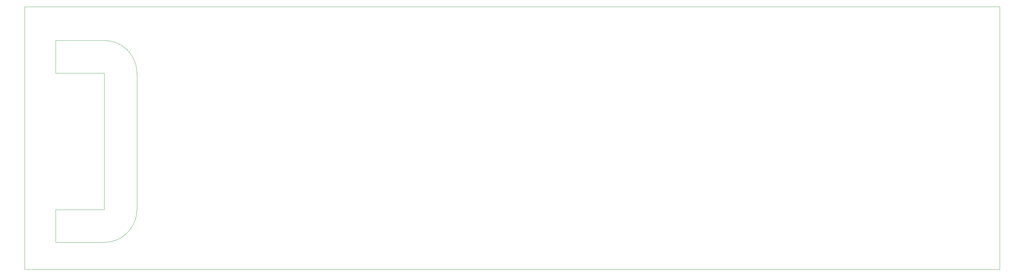
<source format=gbr>
%TF.GenerationSoftware,KiCad,Pcbnew,7.0.8*%
%TF.CreationDate,2024-01-12T20:03:42+01:00*%
%TF.ProjectId,BMS-Slave,424d532d-536c-4617-9665-2e6b69636164,rev?*%
%TF.SameCoordinates,Original*%
%TF.FileFunction,Profile,NP*%
%FSLAX46Y46*%
G04 Gerber Fmt 4.6, Leading zero omitted, Abs format (unit mm)*
G04 Created by KiCad (PCBNEW 7.0.8) date 2024-01-12 20:03:42*
%MOMM*%
%LPD*%
G01*
G04 APERTURE LIST*
%TA.AperFunction,Profile*%
%ADD10C,0.100000*%
%TD*%
G04 APERTURE END LIST*
D10*
X91000000Y-107727144D02*
X105000000Y-107727144D01*
X114500000Y-156727144D02*
X114500000Y-118227144D01*
X105000000Y-166227150D02*
G75*
G03*
X114500000Y-156727144I-10J9500010D01*
G01*
X91000000Y-166227144D02*
X105000000Y-166227144D01*
X114500056Y-117227144D02*
G75*
G03*
X105000000Y-107727144I-9500056J-56D01*
G01*
X114500000Y-117227144D02*
X114500000Y-118227144D01*
X105000000Y-117227144D02*
X91000000Y-117227144D01*
X91000000Y-156727144D02*
X91000000Y-166227144D01*
X82000000Y-98000000D02*
X364000000Y-98000000D01*
X364000000Y-174000000D01*
X82000000Y-174000000D01*
X82000000Y-98000000D01*
X105000000Y-117227144D02*
X105000000Y-156727144D01*
X91000000Y-117227144D02*
X91000000Y-107727144D01*
X91000000Y-156727144D02*
X105000000Y-156727144D01*
M02*

</source>
